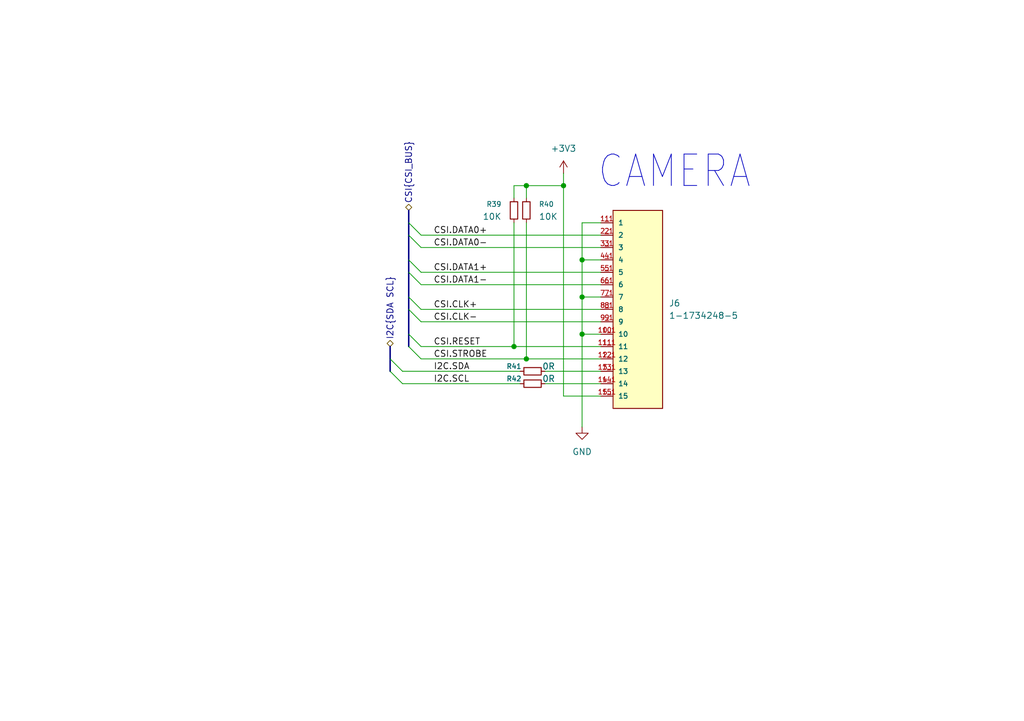
<source format=kicad_sch>
(kicad_sch (version 20250114) (generator "eeschema") (generator_version "9.0")
  (paper "A5")
  (lib_symbols
    (symbol "1-1734248-5:1-1734248-5" (pin_names (offset 1.016))
      (property "Reference" "J" (at -5.08 20.955 0))
      (property "Value" "1-1734248-5" (at -5.08 -22.86 0))
      (symbol "1-1734248-5_0_0"
        (rectangle (start -5.08 -20.32) (end 5.08 20.32) (stroke (width 0.2032)) (fill (type background)))
        (pin passive line (at -7.62 17.78 0) (length 2.54) (name "1") (number "1"))
        (pin passive line (at -7.62 17.78 0) (length 2.54) (name "1") (number "1_1"))
        (pin passive line (at -7.62 15.24 0) (length 2.54) (name "2") (number "2"))
        (pin passive line (at -7.62 15.24 0) (length 2.54) (name "2") (number "2_1"))
        (pin passive line (at -7.62 12.7 0) (length 2.54) (name "3") (number "3"))
        (pin passive line (at -7.62 12.7 0) (length 2.54) (name "3") (number "3_1"))
        (pin passive line (at -7.62 10.16 0) (length 2.54) (name "4") (number "4"))
        (pin passive line (at -7.62 10.16 0) (length 2.54) (name "4") (number "4_1"))
        (pin passive line (at -7.62 7.62 0) (length 2.54) (name "5") (number "5"))
        (pin passive line (at -7.62 7.62 0) (length 2.54) (name "5") (number "5_1"))
        (pin passive line (at -7.62 5.08 0) (length 2.54) (name "6") (number "6"))
        (pin passive line (at -7.62 5.08 0) (length 2.54) (name "6") (number "6_1"))
        (pin passive line (at -7.62 2.54 0) (length 2.54) (name "7") (number "7"))
        (pin passive line (at -7.62 2.54 0) (length 2.54) (name "7") (number "7_1"))
        (pin passive line (at -7.62 0 0) (length 2.54) (name "8") (number "8"))
        (pin passive line (at -7.62 0 0) (length 2.54) (name "8") (number "8_1"))
        (pin passive line (at -7.62 -2.54 0) (length 2.54) (name "9") (number "9"))
        (pin passive line (at -7.62 -2.54 0) (length 2.54) (name "9") (number "9_1"))
        (pin passive line (at -7.62 -5.08 0) (length 2.54) (name "10") (number "10"))
        (pin passive line (at -7.62 -5.08 0) (length 2.54) (name "10") (number "10_1"))
        (pin passive line (at -7.62 -7.62 0) (length 2.54) (name "11") (number "11"))
        (pin passive line (at -7.62 -7.62 0) (length 2.54) (name "11") (number "11_1"))
        (pin passive line (at -7.62 -10.16 0) (length 2.54) (name "12") (number "12"))
        (pin passive line (at -7.62 -10.16 0) (length 2.54) (name "12") (number "12_1"))
        (pin passive line (at -7.62 -12.7 0) (length 2.54) (name "13") (number "13"))
        (pin passive line (at -7.62 -12.7 0) (length 2.54) (name "13") (number "13_1"))
        (pin passive line (at -7.62 -15.24 0) (length 2.54) (name "14") (number "14"))
        (pin passive line (at -7.62 -15.24 0) (length 2.54) (name "14") (number "14_1"))
        (pin passive line (at -7.62 -17.78 0) (length 2.54) (name "15") (number "15"))
        (pin passive line (at -7.62 -17.78 0) (length 2.54) (name "15") (number "15_1"))
      )
    )
    (symbol "Device:R_Small" (pin_numbers (hide yes)) (pin_names (offset 0.254) (hide yes))
      (property "Reference" "R" (at 0 0 90))
      (property "Value" "R_Small" (at 1.778 0 90))
      (symbol "R_Small_0_1"
        (rectangle (start -0.762 1.778) (end 0.762 -1.778) (stroke (width 0.2032)))
      )
      (symbol "R_Small_1_1"
        (pin passive line (at 0 2.54 270) (length 0.762) (name "~") (number "1"))
        (pin passive line (at 0 -2.54 90) (length 0.762) (name "~") (number "2"))
      )
    )
    (symbol "power:+3V3" (power) (pin_numbers (hide yes)) (pin_names (offset 0) (hide yes))
      (property "Value" "+3V3" (at 0 3.556 0))
      (symbol "+3V3_0_1"
        (polyline (pts (xy -0.762 1.27) (xy 0 2.54)))
        (polyline (pts (xy 0 2.54) (xy 0.762 1.27)))
        (polyline (pts (xy 0 0) (xy 0 2.54)))
      )
      (symbol "+3V3_1_1"
        (pin power_in line (at 0 0 90) (length 0) (name "~") (number "1"))
      )
    )
    (symbol "power:GND" (power) (pin_numbers (hide yes)) (pin_names (offset 0) (hide yes))
      (property "Value" "GND" (at 0 -3.81 0))
      (symbol "GND_0_1"
        (polyline (pts (xy 0 0) (xy 0 -1.27) (xy 1.27 -1.27) (xy 0 -2.54) (xy -1.27 -1.27) (xy 0 -1.27)))
      )
      (symbol "GND_1_1"
        (pin power_in line (at 0 0 270) (length 0) (name "~") (number "1"))
      )
    )
  )
  (text "CAMERA" (at 122.428 39.116 0) (effects (font (size 6.4516 5.4838)) (justify left bottom)))
  (junction (at 107.95 38.1))
  (junction (at 119.38 53.34))
  (junction (at 105.41 71.12))
  (junction (at 119.38 60.96))
  (junction (at 115.57 38.1))
  (junction (at 119.38 68.58))
  (junction (at 107.95 73.66))
  (bus_entry (at 83.82 60.96) (size 2.54 2.54))
  (bus_entry (at 83.82 53.34) (size 2.54 2.54))
  (bus_entry (at 80.01 76.2) (size 2.54 2.54))
  (bus_entry (at 83.82 45.72) (size 2.54 2.54))
  (bus_entry (at 83.82 63.5) (size 2.54 2.54))
  (bus_entry (at 83.82 71.12) (size 2.54 2.54))
  (bus_entry (at 80.01 73.66) (size 2.54 2.54))
  (bus_entry (at 83.82 55.88) (size 2.54 2.54))
  (bus_entry (at 83.82 48.26) (size 2.54 2.54))
  (bus_entry (at 83.82 68.58) (size 2.54 2.54))
  (wire (pts (xy 119.38 53.34) (xy 119.38 60.96)))
  (bus (pts (xy 80.01 71.12) (xy 80.01 73.66)))
  (bus (pts (xy 83.82 45.72) (xy 83.82 43.18)))
  (bus (pts (xy 83.82 71.12) (xy 83.82 68.58)))
  (wire (pts (xy 111.76 76.2) (xy 123.19 76.2)))
  (wire (pts (xy 86.36 50.8) (xy 123.19 50.8)))
  (wire (pts (xy 86.36 73.66) (xy 107.95 73.66)))
  (wire (pts (xy 105.41 45.72) (xy 105.41 71.12)))
  (wire (pts (xy 82.55 78.74) (xy 106.68 78.74)))
  (wire (pts (xy 86.36 66.04) (xy 123.19 66.04)))
  (wire (pts (xy 82.55 76.2) (xy 106.68 76.2)))
  (wire (pts (xy 105.41 71.12) (xy 123.19 71.12)))
  (wire (pts (xy 107.95 45.72) (xy 107.95 73.66)))
  (bus (pts (xy 80.01 76.2) (xy 80.01 73.66)))
  (wire (pts (xy 111.76 78.74) (xy 123.19 78.74)))
  (wire (pts (xy 119.38 68.58) (xy 123.19 68.58)))
  (bus (pts (xy 83.82 55.88) (xy 83.82 60.96)))
  (wire (pts (xy 105.41 38.1) (xy 107.95 38.1)))
  (wire (pts (xy 123.19 45.72) (xy 119.38 45.72)))
  (wire (pts (xy 86.36 63.5) (xy 123.19 63.5)))
  (wire (pts (xy 119.38 60.96) (xy 123.19 60.96)))
  (bus (pts (xy 83.82 63.5) (xy 83.82 60.96)))
  (wire (pts (xy 105.41 40.64) (xy 105.41 38.1)))
  (wire (pts (xy 86.36 55.88) (xy 123.19 55.88)))
  (wire (pts (xy 107.95 38.1) (xy 107.95 40.64)))
  (wire (pts (xy 115.57 35.56) (xy 115.57 38.1)))
  (wire (pts (xy 119.38 60.96) (xy 119.38 68.58)))
  (wire (pts (xy 119.38 53.34) (xy 123.19 53.34)))
  (wire (pts (xy 86.36 48.26) (xy 123.19 48.26)))
  (wire (pts (xy 86.36 71.12) (xy 105.41 71.12)))
  (wire (pts (xy 86.36 58.42) (xy 123.19 58.42)))
  (wire (pts (xy 119.38 68.58) (xy 119.38 87.63)))
  (bus (pts (xy 83.82 48.26) (xy 83.82 53.34)))
  (wire (pts (xy 119.38 45.72) (xy 119.38 53.34)))
  (wire (pts (xy 107.95 73.66) (xy 123.19 73.66)))
  (bus (pts (xy 83.82 68.58) (xy 83.82 63.5)))
  (wire (pts (xy 115.57 38.1) (xy 115.57 81.28)))
  (bus (pts (xy 83.82 53.34) (xy 83.82 55.88)))
  (bus (pts (xy 83.82 45.72) (xy 83.82 48.26)))
  (wire (pts (xy 107.95 38.1) (xy 115.57 38.1)))
  (wire (pts (xy 123.19 81.28) (xy 115.57 81.28)))
  (label "CSI.DATA1-" (at 88.9 58.42 0))
  (label "CSI.DATA0-" (at 88.9 50.8 0))
  (label "CSI.RESET" (at 88.9 71.12 0))
  (label "I2C.SDA" (at 88.9 76.2 0))
  (label "CSI.DATA1+" (at 88.9 55.88 0))
  (label "CSI.DATA0+" (at 88.9 48.26 0))
  (label "CSI.CLK+" (at 88.9 63.5 0))
  (label "CSI.STROBE" (at 88.9 73.66 0))
  (label "CSI.CLK-" (at 88.9 66.04 0))
  (label "I2C.SCL" (at 88.9 78.74 0))
  (hierarchical_label "CSI{CSI_BUS}" (shape bidirectional) (at 83.82 43.18 90))
  (hierarchical_label "I2C{SDA SCL}" (shape bidirectional) (at 80.01 71.12 90))
  (symbol (lib_id "Device:R_Small") (at 105.41 43.18 0) (mirror y) (unit 1)
    (property "Reference" "R39" (at 102.87 41.9099 0) (effects (font (size 1.016 1.016)) (justify left)))
    (property "Value" "10K" (at 102.87 44.4499 0) (effects (justify left)))
    (property "Footprint" "Resistor_SMD:R_0402_1005Metric" (effects (hide yes)))
    (property "Description" "Resistor, small symbol" (effects (hide yes)))
    (property "LCSC" "C25744" (effects (hide yes)))
  )
  (symbol (lib_id "1-1734248-5:1-1734248-5") (at 130.81 63.5 0) (unit 1)
    (property "Reference" "J6" (at 137.16 62.2299 0) (effects (justify left)))
    (property "Value" "1-1734248-5" (at 137.16 64.7699 0) (effects (justify left)))
    (property "Footprint" "1-1734248-5:TE_1-1734248-5" (effects (hide yes)))
    (property "COMMENT" "1-1734248-5" (effects (hide yes)))
    (property "Comment" "1-1734248-5" (effects (hide yes)))
    (property "Check_prices" "https://www.snapeda.com/parts/1-1734248-5/TE+Connectivity+AMP+Connectors/view-part/?ref=eda" (effects (hide yes)))
    (property "MF" "TE Connectivity" (effects (hide yes)))
    (property "DESCRIPTION" "Conn FPC Connector SKT 15 POS 1mm Solder ST SMD T/R" (effects (hide yes)))
    (property "PACKAGE" "None" (effects (hide yes)))
    (property "PRICE" "None" (effects (hide yes)))
    (property "Package" "None" (effects (hide yes)))
    (property "TE_PURCHASE_URL" "https://www.te.com/usa-en/product-1-1734248-5.html?te_bu=Cor&te_type=disp&te_campaign=seda_glo_cor-seda-global-disp-prtnr-fy19-seda-model-bom-cta_sma-317_1&elqCampaignId=32493" (effects (hide yes)))
    (property "Availability" "In Stock" (effects (hide yes)))
    (property "STANDARD" "Manufacturer Recommendations" (effects (hide yes)))
    (property "PARTREV" "E1" (effects (hide yes)))
    (property "SnapEDA_Link" "https://www.snapeda.com/parts/1-1734248-5/TE+Connectivity+AMP+Connectors/view-part/?ref=snap" (effects (hide yes)))
    (property "MP" "1-1734248-5" (effects (hide yes)))
    (property "Price" "None" (effects (hide yes)))
    (property "EU_ROHS_COMPLIANCE" "Compliant" (effects (hide yes)))
    (property "Description_1" "15 Position FPC Connector Contacts, Vertical - 1 Sided 0.039 (1.00mm) Surface Mount" (effects (hide yes)))
    (property "AVAILABILITY" "Unavailable" (effects (hide yes)))
    (property "MANUFACTURER" "TE Connectivity" (effects (hide yes)))
    (property "LCSC" "C2922285" (effects (hide yes)))
  )
  (symbol (lib_id "Device:R_Small") (at 109.22 78.74 90) (unit 1)
    (property "Reference" "R42" (at 105.41 77.724 90) (effects (font (size 1.016 1.016))))
    (property "Value" "0R" (at 112.522 77.724 90))
    (property "Footprint" "Resistor_SMD:R_0402_1005Metric" (effects (hide yes)))
    (property "Description" "Resistor, small symbol" (effects (hide yes)))
    (property "LCSC" "C17168" (effects (hide yes)))
  )
  (symbol (lib_id "Device:R_Small") (at 109.22 76.2 90) (unit 1)
    (property "Reference" "R41" (at 105.41 75.184 90) (effects (font (size 1.016 1.016))))
    (property "Value" "0R" (at 112.522 75.184 90))
    (property "Footprint" "Resistor_SMD:R_0402_1005Metric" (effects (hide yes)))
    (property "Description" "Resistor, small symbol" (effects (hide yes)))
    (property "LCSC" "C17168" (effects (hide yes)))
  )
  (symbol (lib_id "Device:R_Small") (at 107.95 43.18 0) (unit 1)
    (property "Reference" "R40" (at 110.49 41.9099 0) (effects (font (size 1.016 1.016)) (justify left)))
    (property "Value" "10K" (at 110.49 44.4499 0) (effects (justify left)))
    (property "Footprint" "Resistor_SMD:R_0402_1005Metric" (effects (hide yes)))
    (property "Description" "Resistor, small symbol" (effects (hide yes)))
    (property "LCSC" "C25744" (effects (hide yes)))
  )
  (symbol (lib_id "power:GND") (at 119.38 87.63 0) (unit 1)
    (property "Reference" "#PWR046" (effects (hide yes)))
    (property "Value" "GND" (at 119.38 92.71 0))
    (property "Description" "Power symbol creates a global label with name \"GND\" , ground" (effects (hide yes)))
  )
  (symbol (lib_id "power:+3V3") (at 115.57 35.56 0) (unit 1)
    (property "Reference" "#PWR045" (effects (hide yes)))
    (property "Value" "+3V3" (at 115.57 30.48 0))
    (property "Description" "Power symbol creates a global label with name \"+3V3\"" (effects (hide yes)))
  )
)
</source>
